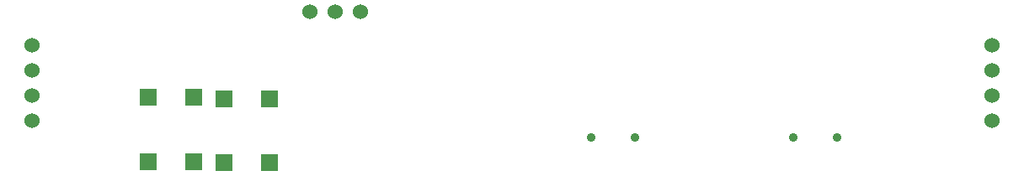
<source format=gbs>
G04 (created by PCBNEW (22-Jun-2014 BZR 4027)-stable) date Tue Jul 18 17:56:31 2017*
%MOIN*%
G04 Gerber Fmt 3.4, Leading zero omitted, Abs format*
%FSLAX34Y34*%
G01*
G70*
G90*
G04 APERTURE LIST*
%ADD10C,0.00590551*%
%ADD11C,0.0354*%
%ADD12C,0.06*%
%ADD13R,0.07X0.07*%
G04 APERTURE END LIST*
G54D10*
G54D11*
X77134Y-36165D03*
X78866Y-36165D03*
X69134Y-36165D03*
X70866Y-36165D03*
G54D12*
X85000Y-35500D03*
X85000Y-34500D03*
X85000Y-33500D03*
X85000Y-32500D03*
X47000Y-35500D03*
X47000Y-34500D03*
X47000Y-33500D03*
X47000Y-32500D03*
X58000Y-31150D03*
X59000Y-31150D03*
X60000Y-31150D03*
G54D13*
X51614Y-37130D03*
X51614Y-34570D03*
X53386Y-37130D03*
X53386Y-34570D03*
X54614Y-37180D03*
X54614Y-34620D03*
X56386Y-37180D03*
X56386Y-34620D03*
M02*

</source>
